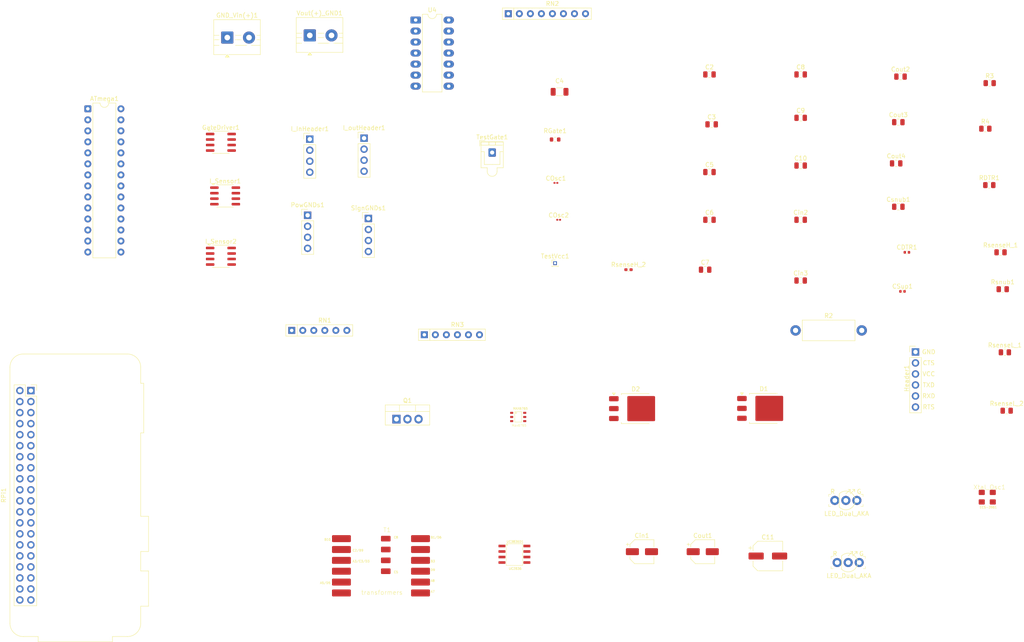
<source format=kicad_pcb>
(kicad_pcb (version 20241229) (generator "pcbnew") (generator_version "9.0")
  (title_block (title "EV Microgrid Flyback Converter ") (company "Cal Poly, Senior Project"))
  (layers (0 "F.Cu" signal) (2 "B.Cu" signal) (13 "F.Paste" user) (15 "B.Paste" user) (5 "F.SilkS" user "F.Silkscreen") (7 "B.SilkS" user "B.Silkscreen") (1 "F.Mask" user) (3 "B.Mask" user) (25 "Edge.Cuts" user))
  (net 0 "")
  (net 1 "/+5Vcc")
  (net 2 "AGND")
  (net 3 "Net-(I_Sensor1-FILTER)")
  (net 4 "PGND")
  (net 5 "/+10Vcc")
  (net 6 "Net-(I_Sensor2-FILTER)")
  (net 7 "Net-(MAX6765-ENABLE)")
  (net 8 "Net-(MAX6765-OUT)")
  (net 9 "/DTR")
  (net 10 "/!Reset")
  (net 11 "Net-(D1-A)")
  (net 12 "/Vin(+)")
  (net 13 "Net-(D2-K)")
  (net 14 "Net-(T1-SA)")
  (net 15 "Net-(D1-K)")
  (net 16 "Net-(D2-A)")
  (net 18 "/PWM")
  (net 20 "Net-(GateDriver1-~{OUT_A})")
  (net 23 "Net-(I_outHeader1-Pin_1)")
  (net 24 "Net-(T1-AA)")
  (net 25 "/IH")
  (net 26 "/IL")
  (net 27 "Net-(Q1-G)")
  (net 28 "Net-(UC3836D1-Feedback)")
  (net 35 "/Red1")
  (net 36 "/Green1")
  (net 37 "Net-(D3-A1)")
  (net 38 "Net-(D3-A2)")
  (net 39 "Net-(D4-A2)")
  (net 40 "/Red2")
  (net 41 "/Green2")
  (net 42 "Net-(D4-A1)")
  (net 49 "/VH")
  (net 51 "/VL")
  (net 52 "/SCLK")
  (net 53 "Net-(ATmega1-XTAL1{slash}PB6)")
  (net 54 "Net-(ATmega1-XTAL2{slash}PB7)")
  (net 56 "/!SS")
  (net 57 "/MOSI")
  (net 58 "/RXD")
  (net 60 "/TXD")
  (net 61 "/ProReset")
  (net 62 "/MISO")
  (net 71 "Net-(UC3836D1-Shutdown)")
  (net 72 "Net-(UC3836D1-Driver_Sink)")
  (net 88 "Net-(RPi1-3V3-Pad1)")
  (footprint "Capacitor_SMD:C_0201_0603Metric" (layer "F.Cu") (at 146.32 66.5)
    (property "Reference" "COsc2" (at 0 -1.05 0) (layer "F.SilkS"))
    (property "Value" "22pF")
    (pad "1" smd roundrect (at -0.32 0) (size 0.46 0.4) (layers "F.Cu" "F.Mask") (net 2 "AGND"))
    (pad "2" smd roundrect (at 0.32 0) (size 0.46 0.4) (layers "F.Cu" "F.Mask") (net 53 "Net-(ATmega1-XTAL1{slash}PB6)"))
  )
  (footprint "Capacitor_SMD:C_0805_2012Metric" (layer "F.Cu") (at 202.05 33)
    (property "Reference" "C8" (at 0 -1.68 0) (layer "F.SilkS"))
    (property "Value" "0.1u")
    (pad "1" smd roundrect (at -0.95 0) (size 1 1.45) (layers "F.Cu" "F.Mask" "F.Paste") (net 8 "Net-(MAX6765-OUT)"))
    (pad "2" smd roundrect (at 0.95 0) (size 1 1.45) (layers "F.Cu" "F.Mask" "F.Paste") (net 1 "/+5Vcc"))
  )
  (footprint "Capacitor_SMD:C_0805_2012Metric" (layer "F.Cu") (at 224.55 44)
    (property "Reference" "Cout3" (at 0 -1.68 0) (layer "F.SilkS"))
    (property "Value" "5u")
    (pad "1" smd roundrect (at -0.95 0) (size 1 1.45) (layers "F.Cu" "F.Mask" "F.Paste") (net 13 "Net-(D2-K)"))
    (pad "2" smd roundrect (at 0.95 0) (size 1 1.45) (layers "F.Cu" "F.Mask" "F.Paste") (net 14 "Net-(T1-SA)"))
  )
  (footprint "Capacitor_SMD:C_0201_0603Metric" (layer "F.Cu") (at 145.68 58)
    (property "Reference" "COsc1" (at 0 -1.05 0) (layer "F.SilkS"))
    (property "Value" "22pF")
    (pad "1" smd roundrect (at -0.32 0) (size 0.46 0.4) (layers "F.Cu" "F.Mask") (net 2 "AGND"))
    (pad "2" smd roundrect (at 0.32 0) (size 0.46 0.4) (layers "F.Cu" "F.Mask") (net 54 "Net-(ATmega1-XTAL2{slash}PB7)"))
  )
  (footprint "Resistor_SMD:R_0805_2012Metric" (layer "F.Cu") (at 244.5875 45.5)
    (property "Reference" "R4" (at 0 -1.65 0) (layer "F.SilkS"))
    (property "Value" "2.5k")
    (pad "1" smd roundrect (at -0.9125 0) (size 1.025 1.4) (layers "F.Cu" "F.Mask" "F.Paste") (roundrect_rratio 0.243902) (net 4 "PGND"))
    (pad "2" smd roundrect (at 0.9125 0) (size 1.025 1.4) (layers "F.Cu" "F.Mask" "F.Paste") (roundrect_rratio 0.243902) (net 28 "Net-(UC3836D1-Feedback)"))
  )
  (footprint "Capacitor_SMD:C_0805_2012Metric" (layer "F.Cu") (at 225.05 33.5)
    (property "Reference" "Cout2" (at 0 -1.68 0) (layer "F.SilkS"))
    (property "Value" "5u")
    (pad "1" smd roundrect (at -0.95 0) (size 1 1.45) (layers "F.Cu" "F.Mask" "F.Paste") (net 13 "Net-(D2-K)"))
    (pad "2" smd roundrect (at 0.95 0) (size 1 1.45) (layers "F.Cu" "F.Mask" "F.Paste") (net 14 "Net-(T1-SA)"))
  )
  (footprint "Resistor_SMD:R_0805_2012Metric" (layer "F.Cu") (at 245.5 58.5)
    (property "Reference" "RDTR1" (at 0 -1.65 0) (layer "F.SilkS"))
    (property "Value" "10k")
    (pad "1" smd roundrect (at -0.9125 0) (size 1.025 1.4) (layers "F.Cu" "F.Mask" "F.Paste") (roundrect_rratio 0.243902) (net 10 "/!Reset"))
    (pad "2" smd roundrect (at 0.9125 0) (size 1.025 1.4) (layers "F.Cu" "F.Mask" "F.Paste") (roundrect_rratio 0.243902) (net 1 "/+5Vcc"))
  )
  (footprint "Capacitor_SMD:C_0805_2012Metric" (layer "F.Cu") (at 202.05 66.5)
    (property "Reference" "Cin2" (at 0 -1.68 0) (layer "F.SilkS"))
    (property "Value" "5u")
    (pad "1" smd roundrect (at -0.95 0) (size 1 1.45) (layers "F.Cu" "F.Mask" "F.Paste") (net 12 "/Vin(+)"))
    (pad "2" smd roundrect (at 0.95 0) (size 1 1.45) (layers "F.Cu" "F.Mask" "F.Paste") (net 11 "Net-(D1-A)"))
  )
  (footprint "FlybackSpecialtyComps:LED_3pin_P2.54mm" (layer "F.Cu") (at 210.46 145.5)
    (property "Reference" "D4")
    (property "Value" "LED_Dual_AKA" (at 2.71 3.048 0) (layer "F.SilkS"))
    (fp_text user "R" (at -0.508 -2.032 0) (layer "F.SilkS"))
    (fp_text user "G" (at 5.588 -2.032 0) (layer "F.SilkS"))
    (pad "1" thru_hole circle (at 0 0) (size 2.1 2.1) (drill 1.1) (layers "*.Cu" "*.Mask") (net 42 "Net-(D4-A1)"))
    (pad "2" thru_hole circle (at 2.54 0) (size 2.1 2.1) (drill 1.1) (layers "*.Cu" "*.Mask") (net 2 "AGND"))
    (pad "3" thru_hole circle (at 5.08 0) (size 2.1 2.1) (drill 1.1) (layers "*.Cu" "*.Mask") (net 39 "Net-(D4-A2)"))
  )
  (footprint "Capacitor_SMD:C_0805_2012Metric" (layer "F.Cu") (at 224.05 53.5)
    (property "Reference" "Cout4" (at 0 -1.68 0) (layer "F.SilkS"))
    (property "Value" "5u")
    (pad "1" smd roundrect (at -0.95 0) (size 1 1.45) (layers "F.Cu" "F.Mask" "F.Paste") (net 13 "Net-(D2-K)"))
    (pad "2" smd roundrect (at 0.95 0) (size 1 1.45) (layers "F.Cu" "F.Mask" "F.Paste") (net 14 "Net-(T1-SA)"))
  )
  (footprint "Package_SO:SOIC-8_3.9x4.9mm_P1.27mm" (layer "F.Cu") (at 68.525 74.905)
    (property "Reference" "I_Sensor2" (at 0 -3.4 0) (layer "F.SilkS"))
    (property "Value" "ACS712xLCTR-05B")
    (pad "1" smd roundrect (at -2.475 -1.905) (size 1.95 0.6) (layers "F.Cu" "F.Mask" "F.Paste") (net 23 "Net-(I_outHeader1-Pin_1)"))
    (pad "2" smd roundrect (at -2.475 -0.635) (size 1.95 0.6) (layers "F.Cu" "F.Mask" "F.Paste") (net 23 "Net-(I_outHeader1-Pin_1)"))
    (pad "3" smd roundrect (at -2.475 0.635) (size 1.95 0.6) (layers "F.Cu" "F.Mask" "F.Paste") (net 16 "Net-(D2-A)"))
    (pad "4" smd roundrect (at -2.475 1.905) (size 1.95 0.6) (layers "F.Cu" "F.Mask" "F.Paste") (net 16 "Net-(D2-A)"))
    (pad "5" smd roundrect (at 2.475 1.905) (size 1.95 0.6) (layers "F.Cu" "F.Mask" "F.Paste") (net 2 "AGND"))
    (pad "6" smd roundrect (at 2.475 0.635) (size 1.95 0.6) (layers "F.Cu" "F.Mask" "F.Paste") (net 6 "Net-(I_Sensor2-FILTER)"))
    (pad "7" smd roundrect (at 2.475 -0.635) (size 1.95 0.6) (layers "F.Cu" "F.Mask" "F.Paste") (net 26 "/IL"))
    (pad "8" smd roundrect (at 2.475 -1.905) (size 1.95 0.6) (layers "F.Cu" "F.Mask" "F.Paste") (net 1 "/+5Vcc"))
  )
  (footprint "Package_SO:SOIC-8_3.9x4.9mm_P1.27mm" (layer "F.Cu") (at 68.525 48.635)
    (property "Reference" "GateDriver1" (at 0 -3.4 0) (layer "F.SilkS"))
    (property "Value" "TC4426xOA")
    (pad "1" smd roundrect (at -2.475 -1.905) (size 1.95 0.6) (layers "F.Cu" "F.Mask" "F.Paste"))
    (pad "2" smd roundrect (at -2.475 -0.635) (size 1.95 0.6) (layers "F.Cu" "F.Mask" "F.Paste") (net 18 "/PWM"))
    (pad "3" smd roundrect (at -2.475 0.635) (size 1.95 0.6) (layers "F.Cu" "F.Mask" "F.Paste") (net 4 "PGND"))
    (pad "4" smd roundrect (at -2.475 1.905) (size 1.95 0.6) (layers "F.Cu" "F.Mask" "F.Paste"))
    (pad "5" smd roundrect (at 2.475 1.905) (size 1.95 0.6) (layers "F.Cu" "F.Mask" "F.Paste"))
    (pad "6" smd roundrect (at 2.475 0.635) (size 1.95 0.6) (layers "F.Cu" "F.Mask" "F.Paste") (net 5 "/+10Vcc"))
    (pad "7" smd roundrect (at 2.475 -0.635) (size 1.95 0.6) (layers "F.Cu" "F.Mask" "F.Paste") (net 20 "Net-(GateDriver1-~{OUT_A})"))
    (pad "8" smd roundrect (at 2.475 -1.905) (size 1.95 0.6) (layers "F.Cu" "F.Mask" "F.Paste"))
  )
  (footprint "Connector_PinHeader_1.00mm:PinHeader_1x01_P1.00mm_Vertical" (layer "F.Cu") (at 145.5 76.5)
    (property "Reference" "TestVcc1" (at 0 -1.61 0) (layer "F.SilkS"))
    (property "Value" "Conn_01x01_Pin")
    (pad "1" thru_hole rect (at 0 0) (size 0.85 0.85) (drill 0.5) (layers "*.Cu" "*.Mask") (net 1 "/+5Vcc"))
  )
  (footprint "FlybackSpecialtyComps:transformers" (layer "F.Cu") (at 96.288 139.994)
    (property "Reference" "T1" (at 10.5 -2 0) (layer "F.SilkS") (effects (font (thickness 0.1))))
    (property "Value" "Transformer_1P_1S")
    (fp_text user "B1/D6" (at 20.5 0 0) (layer "F.SilkS") (effects (font (size 0.5 0.5) (thickness 0.1)) (justify left bottom)))
    (fp_text user "C5" (at 12 8 0) (layer "F.SilkS") (effects (font (size 0.5 0.5) (thickness 0.1)) (justify left bottom)))
    (fp_text user "C8" (at 12 0 0) (layer "F.SilkS") (effects (font (size 0.5 0.5) (thickness 0.1)) (justify left bottom)))
    (fp_text user "D9" (at 20.5 7.5 0) (layer "F.SilkS") (effects (font (size 0.5 0.5) (thickness 0.1)) (justify left bottom)))
    (fp_text user "B3" (at 20.5 5.5 0) (layer "F.SilkS") (effects (font (size 0.5 0.5) (thickness 0.1)) (justify left bottom)))
    (fp_text user "transformers" (at 4.5 13 0) (layer "F.SilkS") (effects (font (thickness 0.1)) (justify left bottom)))
    (fp_text user "C2/B9" (at 2.5 3 0) (layer "F.SilkS") (effects (font (size 0.5 0.5) (thickness 0.1)) (justify left bottom)))
    (fp_text user "A5/D5" (at -5 10.5 0) (layer "F.SilkS") (effects (font (size 0.5 0.5) (thickness 0.1)) (justify left bottom)))
    (fp_text user "A8" (at 20.5 10 0) (layer "F.SilkS") (effects (font (size 0.5 0.5) (thickness 0.1)) (justify left bottom)))
    (fp_text user "A3/C3/D3" (at 2.5 5.5 0) (layer "F.SilkS") (effects (font (size 0.5 0.5) (thickness 0.1)) (justify left bottom)))
    (fp_text user "A7" (at 20.5 12.5 0) (layer "F.SilkS") (effects (font (size 0.5 0.5) (thickness 0.1)) (justify left bottom)))
    (fp_text user "B10" (at -4 0.5 0) (layer "F.SilkS") (effects (font (size 0.5 0.5) (thickness 0.1)) (justify left bottom)))
    (pad "1" smd roundrect (at 0 0) (size 4.349 1.615) (layers "F.Cu" "F.Mask" "F.Paste") (roundrect_rratio 0.15) (net 24 "Net-(T1-AA)"))
    (pad "2" smd roundrect (at 0 2.503) (size 4.349 1.615) (layers "F.Cu" "F.Mask" "F.Paste" "Dwgs.User") (roundrect_rratio 0.15) (net 11 "Net-(D1-A)"))
    (pad "3" smd roundrect (at 0 5.006) (size 4.349 1.615) (layers "F.Cu" "F.Mask" "F.Paste" "Dwgs.User") (roundrect_rratio 0.15) (net 14 "Net-(T1-SA)"))
    (pad "4" smd roundrect (at 0 7.509) (size 4.349 1.615) (layers "F.Cu" "F.Mask" "F.Paste" "Dwgs.User") (roundrect_rratio 0.15) (net 23 "Net-(I_outHeader1-Pin_1)"))
    (pad "5" smd roundrect (at 0 10.012) (size 4.349 1.615) (layers "F.Cu" "F.Mask" "F.Paste" "Dwgs.User") (roundrect_rratio 0.15))
    (pad "6" smd roundrect (at 0 12.515) (size 4.349 1.615) (layers "F.Cu" "F.Mask" "F.Paste" "Dwgs.User") (roundrect_rratio 0.15))
    (pad "7" smd roundrect (at 18.212 0) (size 4.349 1.615) (layers "F.Cu" "F.Mask" "F.Paste") (roundrect_rratio 0.15))
    (pad "8" smd roundrect (at 18.212 2.503) (size 4.349 1.615) (layers "F.Cu" "F.Mask" "F.Paste") (roundrect_rratio 0.15))
    (pad "9" smd roundrect (at 18.212 5.006) (size 4.349 1.615) (layers "F.Cu" "F.Mask" "F.Paste" "Dwgs.User") (roundrect_rratio 0.15))
    (pad "10" smd roundrect (at 18.212 7.509) (size 4.349 1.615) (layers "F.Cu" "F.Mask" "F.Paste" "Dwgs.User") (roundrect_rratio 0.15))
    (pad "11" smd roundrect (at 18.212 10.012) (size 4.349 1.615) (layers "F.Cu" "F.Mask" "F.Paste" "Dwgs.User") (roundrect_rratio 0.15))
    (pad "12" smd roundrect (at 18.212 12.515) (size 4.349 1.615) (layers "F.Cu" "F.Mask" "F.Paste" "Dwgs.User") (roundrect_rratio 0.15))
    (pad "13" smd roundrect (at 10.211 0) (size 2.21 1.299) (layers "F.Cu" "F.Mask" "F.Paste" "Dwgs.User") (roundrect_rratio 0.15))
    (pad "14" smd roundrect (at 10.211 2.503) (size 2.21 1.299) (layers "F.Cu" "F.Mask" "F.Paste" "Dwgs.User") (roundrect_rratio 0.15))
    (pad "15" smd roundrect (at 10.211 5.006) (size 2.21 1.299) (layers "F.Cu" "F.Mask" "F.Paste" "Dwgs.User") (roundrect_rratio 0.15))
    (pad "16" smd roundrect (at 10.211 7.509) (size 2.21 1.299) (layers "F.Cu" "F.Mask" "F.Paste" "Dwgs.User") (roundrect_rratio 0.15))
  )
  (footprint "Capacitor_SMD:CP_Elec_5x4.5" (layer "F.Cu") (at 165.5 143)
    (property "Reference" "Cin1" (at 0 -3.7 0) (layer "F.SilkS"))
    (property "Value" "10u")
    (pad "1" smd roundrect (at -2.2 0) (size 3 1.6) (layers "F.Cu" "F.Mask" "F.Paste") (roundrect_rratio 0.15625) (net 12 "/Vin(+)"))
    (pad "2" smd roundrect (at 2.2 0) (size 3 1.6) (layers "F.Cu" "F.Mask" "F.Paste") (roundrect_rratio 0.15625) (net 11 "Net-(D1-A)"))
  )
  (footprint "Package_TO_SOT_SMD:TO-252-3_TabPin2" (layer "F.Cu") (at 164.065 110.025)
    (property "Reference" "D2" (at 0 -4.5 0) (layer "F.SilkS"))
    (property "Value" "D")
    (pad "1" smd roundrect (at -5.04 -2.28) (size 2.2 1.2) (layers "F.Cu" "F.Mask" "F.Paste") (roundrect_rratio 0.208333) (net 13 "Net-(D2-K)"))
    (pad "2" smd roundrect (at -5.04 0) (size 2.2 1.2) (layers "F.Cu" "F.Mask" "F.Paste") (roundrect_rratio 0.208333) (net 16 "Net-(D2-A)"))
    (pad "2" smd roundrect (at 1.26 0) (size 6.4 5.8) (layers "F.Cu" "F.Mask") (roundrect_rratio 0.043103) (net 16 "Net-(D2-A)"))
    (pad "3" smd roundrect (at -5.04 2.28) (size 2.2 1.2) (layers "F.Cu" "F.Mask" "F.Paste") (roundrect_rratio 0.208333))
  )
  (footprint "Package_DIP:DIP-14_W7.62mm_LongPads" (layer "F.Cu") (at 113.38 20.46)
    (property "Reference" "U4" (at 3.81 -2.33 0) (layer "F.SilkS"))
    (property "Value" "74HC02")
    (pad "1" thru_hole roundrect (at 0 0) (size 2.4 1.6) (drill 0.8) (layers "*.Cu" "*.Mask") (roundrect_rratio 0.15625))
    (pad "2" thru_hole oval (at 0 2.54) (size 2.4 1.6) (drill 0.8) (layers "*.Cu" "*.Mask"))
    (pad "3" thru_hole oval (at 0 5.08) (size 2.4 1.6) (drill 0.8) (layers "*.Cu" "*.Mask"))
    (pad "4" thru_hole oval (at 0 7.62) (size 2.4 1.6) (drill 0.8) (layers "*.Cu" "*.Mask"))
    (pad "5" thru_hole oval (at 0 10.16) (size 2.4 1.6) (drill 0.8) (layers "*.Cu" "*.Mask"))
    (pad "6" thru_hole oval (at 0 12.7) (size 2.4 1.6) (drill 0.8) (layers "*.Cu" "*.Mask"))
    (pad "7" thru_hole oval (at 0 15.24) (size 2.4 1.6) (drill 0.8) (layers "*.Cu" "*.Mask"))
    (pad "8" thru_hole oval (at 7.62 15.24) (size 2.4 1.6) (drill 0.8) (layers "*.Cu" "*.Mask"))
    (pad "9" thru_hole oval (at 7.62 12.7) (size 2.4 1.6) (drill 0.8) (layers "*.Cu" "*.Mask"))
    (pad "10" thru_hole oval (at 7.62 10.16) (size 2.4 1.6) (drill 0.8) (layers "*.Cu" "*.Mask"))
    (pad "11" thru_hole oval (at 7.62 7.62) (size 2.4 1.6) (drill 0.8) (layers "*.Cu" "*.Mask"))
    (pad "12" thru_hole oval (at 7.62 5.08) (size 2.4 1.6) (drill 0.8) (layers "*.Cu" "*.Mask"))
    (pad "13" thru_hole oval (at 7.62 2.54) (size 2.4 1.6) (drill 0.8) (layers "*.Cu" "*.Mask"))
    (pad "14" thru_hole oval (at 7.62 0) (size 2.4 1.6) (drill 0.8) (layers "*.Cu" "*.Mask"))
  )
  (footprint "Resistor_THT:R_Array_SIP6" (layer "F.Cu") (at 84.84 92)
    (property "Reference" "RN1" (at 7.62 -2.31 0) (layer "F.SilkS"))
    (property "Value" "R_Network05")
    (pad "1" thru_hole rect (at 0 0) (size 1.6 1.6) (drill 0.8) (layers "*.Cu" "*.Mask"))
    (pad "2" thru_hole circle (at 2.54 0) (size 1.6 1.6) (drill 0.8) (layers "*.Cu" "*.Mask"))
    (pad "3" thru_hole circle (at 5.08 0) (size 1.6 1.6) (drill 0.8) (layers "*.Cu" "*.Mask"))
    (pad "4" thru_hole circle (at 7.62 0) (size 1.6 1.6) (drill 0.8) (layers "*.Cu" "*.Mask"))
    (pad "5" thru_hole circle (at 10.16 0) (size 1.6 1.6) (drill 0.8) (layers "*.Cu" "*.Mask"))
    (pad "6" thru_hole circle (at 12.7 0) (size 1.6 1.6) (drill 0.8) (layers "*.Cu" "*.Mask"))
  )
  (footprint "Resistor_THT:R_Array_SIP8" (layer "F.Cu") (at 134.72 19)
    (property "Reference" "RN2" (at 10.16 -2.31 0) (layer "F.SilkS"))
    (property "Value" "R_Pack04_SIP")
    (pad "1" thru_hole rect (at 0 0) (size 1.6 1.6) (drill 0.8) (layers "*.Cu" "*.Mask") (net 35 "/Red1"))
    (pad "2" thru_hole circle (at 2.54 0) (size 1.6 1.6) (drill 0.8) (layers "*.Cu" "*.Mask") (net 37 "Net-(D3-A1)"))
    (pad "3" thru_hole circle (at 5.08 0) (size 1.6 1.6) (drill 0.8) (layers "*.Cu" "*.Mask") (net 36 "/Green1"))
    (pad "4" thru_hole circle (at 7.62 0) (size 1.6 1.6) (drill 0.8) (layers "*.Cu" "*.Mask") (net 38 "Net-(D3-A2)"))
    (pad "5" thru_hole circle (at 10.16 0) (size 1.6 1.6) (drill 0.8) (layers "*.Cu" "*.Mask") (net 40 "/Red2"))
    (pad "6" thru_hole circle (at 12.7 0) (size 1.6 1.6) (drill 0.8) (layers "*.Cu" "*.Mask") (net 42 "Net-(D4-A1)"))
    (pad "7" thru_hole circle (at 15.24 0) (size 1.6 1.6) (drill 0.8) (layers "*.Cu" "*.Mask") (net 41 "/Green2"))
    (pad "8" thru_hole circle (at 17.78 0) (size 1.6 1.6) (drill 0.8) (layers "*.Cu" "*.Mask") (net 39 "Net-(D4-A2)"))
  )
  (footprint "Resistor_SMD:R_0805_2012Metric" (layer "F.Cu") (at 248.5875 82.5)
    (property "Reference" "Rsnub1" (at 0 -1.65 0) (layer "F.SilkS"))
    (property "Value" "110")
    (pad "1" smd roundrect (at -0.9125 0) (size 1.025 1.4) (layers "F.Cu" "F.Mask" "F.Paste") (roundrect_rratio 0.243902) (net 12 "/Vin(+)"))
    (pad "2" smd roundrect (at 0.9125 0) (size 1.025 1.4) (layers "F.Cu" "F.Mask" "F.Paste") (roundrect_rratio 0.243902) (net 15 "Net-(D1-K)"))
  )
  (footprint "Capacitor_SMD:C_0805_2012Metric" (layer "F.Cu") (at 202.05 43)
    (property "Reference" "C9" (at 0 -1.68 0) (layer "F.SilkS"))
    (property "Value" "10u")
    (pad "1" smd roundrect (at -0.95 0) (size 1 1.45) (layers "F.Cu" "F.Mask" "F.Paste") (net 4 "PGND"))
    (pad "2" smd roundrect (at 0.95 0) (size 1 1.45) (layers "F.Cu" "F.Mask" "F.Paste") (net 5 "/+10Vcc"))
  )
  (footprint "Connector_PinHeader_2.54mm:PinHeader_1x04_P2.54mm_Vertical" (layer "F.Cu") (at 89 47.92)
    (property "Reference" "I_InHeader1" (at 0 -2.38 0) (layer "F.SilkS"))
    (property "Value" "Conn_01x04_Pin")
    (pad "1" thru_hole rect (at 0 0) (size 1.7 1.7) (drill 1) (layers "*.Cu" "*.Mask") (net 12 "/Vin(+)"))
    (pad "2" thru_hole circle (at 0 2.54) (size 1.7 1.7) (drill 1) (layers "*.Cu" "*.Mask") (net 12 "/Vin(+)"))
    (pad "3" thru_hole circle (at 0 5.08) (size 1.7 1.7) (drill 1) (layers "*.Cu" "*.Mask") (net 12 "/Vin(+)"))
    (pad "4" thru_hole circle (at 0 7.62) (size 1.7 1.7) (drill 1) (layers "*.Cu" "*.Mask") (net 12 "/Vin(+)"))
  )
  (footprint "Capacitor_SMD:C_0805_2012Metric" (layer "F.Cu") (at 180.05 78)
    (property "Reference" "C7" (at 0 -1.68 0) (layer "F.SilkS"))
    (property "Value" "10u")
    (pad "1" smd roundrect (at -0.95 0) (size 1 1.45) (layers "F.Cu" "F.Mask" "F.Paste") (net 7 "Net-(MAX6765-ENABLE)"))
    (pad "2" smd roundrect (at 0.95 0) (size 1 1.45) (layers "F.Cu" "F.Mask" "F.Paste") (net 5 "/+10Vcc"))
  )
  (footprint "Capacitor_SMD:C_0805_2012Metric" (layer "F.Cu") (at 224.55 63.5)
    (property "Reference" "Csnub1" (at 0 -1.68 0) (layer "F.SilkS"))
    (property "Value" "4n")
    (pad "1" smd roundrect (at -0.95 0) (size 1 1.45) (layers "F.Cu" "F.Mask" "F.Paste") (net 12 "/Vin(+)"))
    (pad "2" smd roundrect (at 0.95 0) (size 1 1.45) (layers "F.Cu" "F.Mask" "F.Paste") (net 15 "Net-(D1-K)"))
  )
  (footprint "Capacitor_SMD:CP_Elec_5x4.5" (layer "F.Cu") (at 179.5 143)
    (property "Reference" "Cout1" (at 0 -3.7 0) (layer "F.SilkS"))
    (property "Value" "15u")
    (pad "1" smd roundrect (at -2.2 0) (size 3 1.6) (layers "F.Cu" "F.Mask" "F.Paste") (roundrect_rratio 0.15625) (net 13 "Net-(D2-K)"))
    (pad "2" smd roundrect (at 2.2 0) (size 3 1.6) (layers "F.Cu" "F.Mask" "F.Paste") (roundrect_rratio 0.15625) (net 14 "Net-(T1-SA)"))
  )
  (footprint "Capacitor_SMD:C_0402_1005Metric" (layer "F.Cu") (at 225.5 83)
    (property "Reference" "CSup1" (at 0 -1.16 0) (layer "F.SilkS"))
    (property "Value" "1uF")
    (pad "1" smd roundrect (at -0.48 0) (size 0.56 0.62) (layers "F.Cu" "F.Mask" "F.Paste") (net 1 "/+5Vcc"))
    (pad "2" smd roundrect (at 0.48 0) (size 0.56 0.62) (layers "F.Cu" "F.Mask" "F.Paste") (net 4 "PGND"))
  )
  (footprint "Capacitor_SMD:C_0805_2012Metric" (layer "F.Cu") (at 181.05 33)
    (property "Reference" "C2" (at 0 -1.68 0) (layer "F.SilkS"))
    (property "Value" "0.1u")
    (pad "1" smd roundrect (at -0.95 0) (size 1 1.45) (layers "F.Cu" "F.Mask" "F.Paste") (net 1 "/+5Vcc"))
    (pad "2" smd roundrect (at 0.95 0) (size 1 1.45) (layers "F.Cu" "F.Mask" "F.Paste") (net 2 "AGND"))
  )
  (footprint "Capacitor_SMD:C_0805_2012Metric" (layer "F.Cu") (at 181.05 55.5)
    (property "Reference" "C5" (at 0 -1.68 0) (layer "F.SilkS"))
    (property "Value" "0.1u")
    (pad "1" smd roundrect (at -0.95 0) (size 1 1.45) (layers "F.Cu" "F.Mask" "F.Paste") (net 1 "/+5Vcc"))
    (pad "2" smd roundrect (at 0.95 0) (size 1 1.45) (layers "F.Cu" "F.Mask" "F.Paste") (net 2 "AGND"))
  )
  (footprint "Connector_PinHeader_2.54mm:PinHeader_1x04_P2.54mm_Vertical" (layer "F.Cu") (at 88.5 65.46)
    (property "Reference" "PowGNDs1" (at 0 -2.38 0) (layer "F.SilkS"))
    (property "Value" "Conn_01x04_Pin")
    (pad "1" thru_hole rect (at 0 0) (size 1.7 1.7) (drill 1) (layers "*.Cu" "*.Mask") (net 4 "PGND"))
    (pad "2" thru_hole circle (at 0 2.54) (size 1.7 1.7) (drill 1) (layers "*.Cu" "*.Mask") (net 4 "PGND"))
    (pad "3" thru_hole circle (at 0 5.08) (size 1.7 1.7) (drill 1) (layers "*.Cu" "*.Mask") (net 4 "PGND"))
    (pad "4" thru_hole circle (at 0 7.62) (size 1.7 1.7) (drill 1) (layers "*.Cu" "*.Mask") (net 4 "PGND"))
  )
  (footprint "Connector_JST:JST_XH_B1B-XH-AM_1x01_P2.50mm_Vertical" (layer "F.Cu") (at 131 51)
    (property "Reference" "TestGate1" (at 0 -3.55 0) (layer "F.SilkS"))
    (property "Value" "Conn_01x01_Pin")
    (pad "" np_thru_hole circle (at 0 4.35) (size 1.75 1.75) (drill 1.75) (layers "*.Cu" "*.Mask"))
    (pad "1" thru_hole roundrect (at 0 0) (size 1.7 1.95) (drill 0.95) (layers "*.Cu" "*.Mask") (roundrect_rratio 0.147059) (net 27 "Net-(Q1-G)"))
  )
  (footprint "FlybackSpecialtyComps:Max6765" (layer "F.Cu") (at 135.5 111)
    (property "Reference" "MAX6765" (at 2 -1 0) (layer "F.SilkS") (effects (font (size 0.5 0.5) (thickness 0.1))))
    (property "Value" "5V Regulator")
    (fp_text user "Max6765" (at 0 3.2 0) (layer "F.SilkS") (effects (font (size 0.5 0.5) (thickness 0.0625)) (justify left bottom)))
    (pad "1" smd roundrect (at 0 0) (size 0.71 0.46) (layers "F.Cu" "F.Mask" "F.Paste") (roundrect_rratio 0.15) (net 7 "Net-(MAX6765-ENABLE)"))
    (pad "2" smd roundrect (at 0 0.95) (size 0.71 0.46) (layers "F.Cu" "F.Mask" "F.Paste") (roundrect_rratio 0.15) (net 2 "AGND"))
    (pad "3" smd roundrect (at 0 1.9) (size 0.71 0.46) (layers "F.Cu" "F.Mask" "F.Paste") (roundrect_rratio 0.15) (net 7 "Net-(MAX6765-ENABLE)"))
    (pad "4" smd roundrect (at 3 0) (size 0.71 0.46) (layers "F.Cu" "F.Mask" "F.Paste") (roundrect_rratio 0.15) (net 8 "Net-(MAX6765-OUT)"))
    (pad "5" smd roundrect (at 3 0.95) (size 0.71 0.46) (layers "F.Cu" "F.Mask" "F.Paste") (roundrect_rratio 0.15))
    (pad "6" smd roundrect (at 3 1.9) (size 0.71 0.46) (layers "F.Cu" "F.Mask" "F.Paste") (roundrect_rratio 0.15))
  )
  (footprint "FlybackSpecialtyComps:FTDI_USB_TTL_Header" (layer "F.Cu") (at 228.5 96.96)
    (property "Reference" "Header1" (at -2.032 6.096 90) (layer "F.SilkS"))
    (property "Value" "Conn_01x06_Male")
    (fp_text user "RXD" (at 3.048 10.16 0) (layer "F.SilkS"))
    (fp_text user "GND" (at 3.048 0 0) (layer "F.SilkS"))
    (fp_text user "VCC" (at 3.048 5.08 0) (layer "F.SilkS"))
    (fp_text user "RTS" (at 3.048 12.7 0) (layer "F.SilkS"))
    (fp_text user "CTS" (at 3.048 2.54 0) (layer "F.SilkS"))
    (fp_text user "TXD" (at 3.048 7.62 0) (layer "F.SilkS"))
    (pad "1" thru_hole rect (at 0 0) (size 1.7 1.7) (drill 1) (layers "*.Cu" "*.Mask") (net 9 "/DTR"))
    (pad "2" thru_hole oval (at 0 2.54) (size 1.7 1.7) (drill 1) (layers "*.Cu" "*.Mask") (net 60 "/TXD"))
    (pad "3" thru_hole oval (at 0 5.08) (size 1.7 1.7) (drill 1) (layers "*.Cu" "*.Mask") (net 58 "/RXD"))
    (pad "4" thru_hole oval (at 0 7.62) (size 1.7 1.7) (drill 1) (layers "*.Cu" "*.Mask") (net 1 "/+5Vcc"))
    (pad "5" thru_hole oval (at 0 10.16) (size 1.7 1.7) (drill 1) (layers "*.Cu" "*.Mask") (net 2 "AGND"))
    (pad "6" thru_hole oval (at 0 12.7) (size 1.7 1.7) (drill 1) (layers "*.Cu" "*.Mask") (net 2 "AGND"))
  )
  (footprint "Resistor_SMD:R_0805_2012Metric" (layer "F.Cu") (at 248.0875 74)
    (property "Reference" "RsenseH_1" (at 0 -1.65 0) (layer "F.SilkS"))
    (property "Value" "120k")
    (pad "1" smd roundrect (at -0.9125 0) (size 1.025 1.4) (layers "F.Cu" "F.Mask" "F.Paste") (roundrect_rratio 0.243902) (net 49 "/VH"))
    (pad "2" smd roundrect (at 0.9125 0) (size 1.025 1.4) (layers "F.Cu" "F.Mask" "F.Paste") (roundrect_rratio 0.243902) (net 24 "Net-(T1-AA)"))
  )
  (footprint "Connector_PinHeader_2.54mm:PinHeader_1x04_P2.54mm_Vertical" (layer "F.Cu") (at 101.5 47.69)
    (property "Reference" "I_outHeader1" (at 0 -2.38 0) (layer "F.SilkS"))
    (property "Value" "Conn_01x04_Pin")
    (pad "1" thru_hole rect (at 0 0) (size 1.7 1.7) (drill 1) (layers "*.Cu" "*.Mask") (net 23 "Net-(I_outHeader1-Pin_1)"))
    (pad "2" thru_hole circle (at 0 2.54) (size 1.7 1.7) (drill 1) (layers "*.Cu" "*.Mask") (net 23 "Net-(I_outHeader1-Pin_1)"))
    (pad "3" thru_hole circle (at 0 5.08) (size 1.7 1.7) (drill 1) (layers "*.Cu" "*.Mask") (net 23 "Net-(I_outHeader1-Pin_1)"))
    (pad "4" thru_hole circle (at 0 7.62) (size 1.7 1.7) (drill 1) (layers "*.Cu" "*.Mask") (net 23 "Net-(I_outHeader1-Pin_1)"))
  )
  (footprint "Package_SO:SOIC-8_3.9x4.9mm_P1.27mm" (layer "F.Cu") (at 69.5 61)
    (property "Reference" "I_Sensor1" (at 0 -3.4 0) (layer "F.SilkS"))
    (property "Value" "ACS712xLCTR-05B")
    (pad "1" smd roundrect (at -2.475 -1.905) (size 1.95 0.6) (layers "F.Cu" "F.Mask" "F.Paste") (net 12 "/Vin(+)"))
    (pad "2" smd roundrect (at -2.475 -0.635) (size 1.95 0.6) (layers "F.Cu" "F.Mask" "F.Paste") (net 12 "/Vin(+)"))
    (pad "3" smd roundrect (at -2.475 0.635) (size 1.95 0.6) (layers "F.Cu" "F.Mask" "F.Paste") (net 24 "Net-(T1-AA)"))
    (pad "4" smd roundrect (at -2.475 1.905) (size 1.95 0.6) (layers "F.Cu" "F.Mask" "F.Paste") (net 24 "Net-(T1-AA)"))
    (pad "5" smd roundrect (at 2.475 1.905) (size 1.95 0.6) (layers "F.Cu" "F.Mask" "F.Paste") (net 2 "AGND"))
    (pad "6" smd roundrect (at 2.475 0.635) (size 1.95 0.6) (layers "F.Cu" "F.Mask" "F.Paste") (net 3 "Net-(I_Sensor1-FILTER)"))
    (pad "7" smd roundrect (at 2.475 -0.635) (size 1.95 0.6) (layers "F.Cu" "F.Mask" "F.Paste") (net 25 "/IH"))
    (pad "8" smd roundrect (at 2.475 -1.905) (size 1.95 0.6) (layers "F.Cu" "F.Mask" "F.Paste") (net 1 "/+5Vcc"))
  )
  (footprint "Resistor_SMD:R_0402_1005Metric_Pad0.72x0.64mm_HandSolder" (layer "F.Cu") (at 162.4025 78)
    (property "Reference" "RsenseH_2" (at 0 -1.17 0) (layer "F.SilkS"))
    (property "Value" "10k")
    (pad "1" smd roundrect (at -0.5975 0) (size 0.715 0.64) (layers "F.Cu" "F.Mask" "F.Paste") (net 11 "Net-(D1-A)"))
    (pad "2" smd roundrect (at 0.5975 0) (size 0.715 0.64) (layers "F.Cu" "F.Mask" "F.Paste") (net 49 "/VH"))
  )
  (footprint "Capacitor_SMD:C_0402_1005Metric" (layer "F.Cu") (at 226.52 74)
    (property "Reference" "CDTR1" (at 0 -1.16 0) (layer "F.SilkS"))
    (property "Value" "1uF")
    (pad "1" smd roundrect (at -0.48 0) (size 0.56 0.62) (layers "F.Cu" "F.Mask" "F.Paste") (net 10 "/!Reset"))
    (pad "2" smd roundrect (at 0.48 0) (size 0.56 0.62) (layers "F.Cu" "F.Mask" "F.Paste") (net 9 "/DTR"))
  )
  (footprint "Resistor_SMD:R_0805_2012Metric" (layer "F.Cu") (at 249.0875 97.05)
    (property "Reference" "RsenseL_1" (at 0 -1.65 0) (layer "F.SilkS"))
    (property "Value" "120k")
    (pad "1" smd roundrect (at -0.9125 0) (size 1.025 1.4) (layers "F.Cu" "F.Mask" "F.Paste") (roundrect_rratio 0.243902) (net 23 "Net-(I_outHeader1-Pin_1)"))
    (pad "2" smd roundrect (at 0.9125 0) (size 1.025 1.4) (layers "F.Cu" "F.Mask" "F.Paste") (roundrect_rratio 0.243902) (net 51 "/VL"))
  )
  (footprint "Capacitor_SMD:C_0805_2012Metric" (layer "F.Cu") (at 202.05 54)
    (property "Reference" "C10" (at 0 -1.68 0) (layer "F.SilkS"))
    (property "Value" "0.1u")
    (pad "1" smd roundrect (at -0.95 0) (size 1 1.45) (layers "F.Cu" "F.Mask" "F.Paste") (net 4 "PGND"))
    (pad "2" smd roundrect (at 0.95 0) (size 1 1.45) (layers "F.Cu" "F.Mask" "F.Paste") (net 5 "/+10Vcc"))
  )
  (footprint "Resistor_SMD:R_0805_2012Metric" (layer "F.Cu") (at 245.5875 35)
    (property "Reference" "R3" (at 0 -1.65 0) (layer "F.SilkS"))
    (property "Value" "7500")
    (pad "1" smd roundrect (at -0.9125 0) (size 1.025 1.4) (layers "F.Cu" "F.Mask" "F.Paste") (roundrect_rratio 0.243902) (net 5 "/+10Vcc"))
    (pad "2" smd roundrect (at 0.9125 0) (size 1.025 1.4) (layers "F.Cu" "F.Mask" "F.Paste") (roundrect_rratio 0.243902) (net 28 "Net-(UC3836D1-Feedback)"))
  )
  (footprint "FlybackSpecialtyComps:LED_3pin_P2.54mm" (layer "F.Cu") (at 209.92 131.184739)
    (property "Reference" "D3")
    (property "Value" "LED_Dual_AKA" (at 2.71 3.048 0) (layer "F.SilkS"))
    (fp_text user "R" (at -0.508 -2.032 0) (layer "F.SilkS"))
    (fp_text user "G" (at 5.588 -2.032 0) (layer "F.SilkS"))
    (pad "1" thru_hole circle (at 0 0) (size 2.1 2.1) (drill 1.1) (layers "*.Cu" "*.Mask") (net 37 "Net-(D3-A1)"))
    (pad "2" thru_hole circle (at 2.54 0) (size 2.1 2.1) (drill 1.1) (layers "*.Cu" "*.Mask") (net 2 "AGND"))
    (pad "3" thru_hole circle (at 5.08 0) (size 2.1 2.1) (drill 1.1) (layers "*.Cu" "*.Mask") (net 38 "Net-(D3-A2)"))
  )
  (footprint "Package_TO_SOT_THT:TO-220-3_Vertical" (layer "F.Cu") (at 108.96 112.445)
    (property "Reference" "Q1" (at 2.54 -4.27 0) (layer "F.SilkS"))
    (property "Value" "IRF540N")
    (pad "1" thru_hole rect (at 0 0) (size 1.905 2) (drill 1.1) (layers "*.Cu" "*.Mask") (net 27 "Net-(Q1-G)"))
    (pad "2" thru_hole oval (at 2.54 0) (size 1.905 2) (drill 1.1) (layers "*.Cu" "*.Mask") (net 11 "Net-(D1-A)"))
    (pad "3" thru_hole oval (at 5.08 0) (size 1.905 2) (drill 1.1) (layers "*.Cu" "*.Mask") (net 4 "PGND"))
  )
  (footprint "Capacitor_SMD:C_0805_2012Metric" (layer "F.Cu") (at 202.05 80.5)
    (property "Reference" "Cin3" (at 0 -1.68 0) (layer "F.SilkS"))
    (property "Value" "5u")
    (pad "1" smd roundrect (at -0.95 0) (size 1 1.45) (layers "F.Cu" "F.Mask" "F.Paste") (net 12 "/Vin(+)"))
    (pad "2" smd roundrect (at 0.95 0) (size 1 1.45) (layers "F.Cu" "F.Mask" "F.Paste") (net 11 "Net-(D1-A)"))
  )
  (footprint "TerminalBlock:TerminalBlock_MaiXu_MX126-5.0-02P_1x02_P5.00mm" (layer "F.Cu") (at 70 24.5)
    (property "Reference" "GND_Vin(+)1" (at 2.25 -5.12 0) (layer "F.SilkS"))
    (property "Value" "Screw_Terminal_01x02")
    (pad "1" thru_hole roundrect (at 0 0) (size 2.8 2.8) (drill 1.3) (layers "*.Cu" "*.Mask") (roundrect_rratio 0.089286) (net 12 "/Vin(+)"))
    (pad "2" thru_hole circle (at 5 0) (size 2.8 2.8) (drill 1.3) (layers "*.Cu" "*.Mask") (net 4 "PGND"))
  )
  (footprint "Package_DIP:DIP-28_W7.62mm" (layer "F.Cu") (at 37.88 40.92)
    (property "Reference" "ATmega1" (at 3.81 -2.33 0) (layer "F.SilkS"))
    (property "Value" "ATmega328P-P")
    (pad "1" thru_hole roundrect (at 0 0) (size 1.6 1.6) (drill 0.8) (layers "*.Cu" "*.Mask") (roundrect_rratio 0.15625) (net 10 "/!Reset"))
    (pad "2" thru_hole circle (at 0 2.54) (size 1.6 1.6) (drill 0.8) (layers "*.Cu" "*.Mask") (net 58 "/RXD"))
    (pad "3" thru_hole circle (at 0 5.08) (size 1.6 1.6) (drill 0.8) (layers "*.Cu" "*.Mask") (net 60 "/TXD"))
    (pad "4" thru_hole circle (at 0 7.62) (size 1.6 1.6) (drill 0.8) (layers "*.Cu" "*.Mask") (net 35 "/Red1"))
    (pad "5" thru_hole circle (at 0 10.16) (size 1.6 1.6) (drill 0.8) (layers "*.Cu" "*.Mask") (net 36 "/Green1"))
    (pad "6" thru_hole circle (at 0 12.7) (size 1.6 1.6) (drill 0.8) (layers "*.Cu" "*.Mask") (net 61 "/ProReset"))
    (pad "7" thru_hole circle (at 0 15.24) (size 1.6 1.6) (drill 0.8) (layers "*.Cu" "*.Mask") (net 1 "/+5Vcc"))
    (pad "8" thru_hole circle (at 0 17.78) (size 1.6 1.6) (drill 0.8) (layers "*.Cu" "*.Mask") (net 2 "AGND"))
    (pad "9" thru_hole circle (at 0 20.32) (size 1.6 1.6) (drill 0.8) (layers "*.Cu" "*.Mask") (net 53 "Net-(ATmega1-XTAL1{slash}PB6)"))
    (pad "10" thru_hole circle (at 0 22.86) (size 1.6 1.6) (drill 0.8) (layers "*.Cu" "*.Mask") (net 54 "Net-(ATmega1-XTAL2{slash}PB7)"))
    (pad "11" thru_hole circle (at 0 25.4) (size 1.6 1.6) (drill 0.8) (layers "*.Cu" "*.Mask"))
    (pad "12" thru_hole circle (at 0 27.94) (size 1.6 1.6) (drill 0.8) (layers "*.Cu" "*.Mask") (net 40 "/Red2"))
    (pad "13" thru_hole circle (at 0 30.48) (size 1.6 1.6) (drill 0.8) (layers "*.Cu" "*.Mask") (net 41 "/Green2"))
    (pad "14" thru_hole circle (at 0 33.02) (size 1.6 1.6) (drill 0.8) (layers "*.Cu" "*.Mask"))
    (pad "15" thru_hole circle (at 7.62 33.02) (size 1.6 1.6) (drill 0.8) (layers "*.Cu" "*.Mask") (net 18 "/PWM"))
    (pad "16" thru_hole circle (at 7.62 30.48) (size 1.6 1.6) (drill 0.8) (layers "*.Cu" "*.Mask") (net 56 "/!SS"))
    (pad "17" thru_hole circle (at 7.62 27.94) (size 1.6 1.6) (drill 0.8) (layers "*.Cu" "*.Mask") (net 57 "/MOSI"))
    (pad "18" thru_hole circle (at 7.62 25.4) (size 1.6 1.6) (drill 0.8) (layers "*.Cu" "*.Mask") (net 62 "/MISO"))
    (pad "19" thru_hole circle (at 7.62 22.86) (size 1.6 1.6) (drill 0.8) (layers "*.Cu" "*.Mask") (net 52 "/SCLK"))
    (pad "20" thru_hole circle (at 7.62 20.32) (size 1.6 1.6) (drill 0.8) (layers "*.Cu" "*.Mask") (net 1 "/+5Vcc"))
    (pad "21" thru_hole circle (at 7.62 17.78) (size 1.6 1.6) (drill 0.8) (layers "*.Cu" "*.Mask"))
    (pad "22" thru_hole circle (at 7.62 15.24) (size 1.6 1.6) (drill 0.8) (layers "*.Cu" "*.Mask") (net 2 "AGND"))
    (pad "23" thru_hole circle (at 7.62 12.7) (size 1.6 1.6) (drill 0.8) (layers "*.Cu" "*.Mask") (net 49 "/VH"))
    (pad "24" thru_hole circle (at 7.62 10.16) (size 1.6 1.6) (drill 0.8) (layers "*.Cu" "*.Mask") (net 25 "/IH"))
    (pad "25" thru_hole circle (at 7.62 7.62) (size 1.6 1.6) (drill 0.8) (layers "*.Cu" "*.Mask") (net 51 "/VL"))
    (pad "26" thru_hole circle (at 7.62 5.08) (size 1.6 1.6) (drill 0.8) (layers "*.Cu" "*.Mask") (net 26 "/IL"))
    (pad "27" thru_hole circle (at 7.62 2.54) (size 1.6 1.6) (drill 0.8) (layers "*.Cu" "*.Mask"))
    (pad "28" thru_hole circle (at 7.62 0) (size 1.6 1.6) (drill 0.8) (layers "*.Cu" "*.Mask"))
  )
  (footprint "FlybackSpecialtyComps:UC2836" (layer "F.Cu") (at 133.26 141.69)
    (property "Reference" "UC3836D1" (at 3 -1 0) (layer "F.SilkS") (effects (font (size 0.5 0.5) (thickness 0.1))))
    (property "Value" "10V Regulator")
    (fp_text user "UC2836" (at 1.5 5.5 0) (layer "F.SilkS") (effects (font (size 0.5 0.5) (thickness 0.1)) (justify left bottom)))
    (pad "1" smd roundrect (at 0 0 90) (size 0.6 1.6) (layers "F.Cu" "F.Mask" "F.Paste") (roundrect_rratio 0.15) (net 12 "/Vin(+)"))
    (pad "2" smd roundrect (at 0 1.27 90) (size 0.6 1.6) (layers "F.Cu" "F.Mask" "F.Paste") (roundrect_rratio 0.15) (net 71 "Net-(UC3836D1-Shutdown)"))
    (pad "3" smd roundrect (at 0 2.54 90) (size 0.6 1.6) (layers "F.Cu" "F.Mask" "F.Paste") (roundrect_rratio 0.15) (net 4 "PGND"))
    (pad "4" smd roundrect (at 0 3.81 90) (size 0.6 1.6) (layers "F.Cu" "F.Mask" "F.Paste") (roundrect_rratio 0.15) (net 5 "/+10Vcc"))
    (pad "5" smd roundrect (at 5.74 0 90) (size 0.6 1.6) (layers "F.Cu" "F.Mask" "F.Paste") (roundrect_rratio 0.15) (net 28 "Net-(UC3836D1-Feedback)"))
    (pad "6" smd roundrect (at 5.74 1.27 90) (size 0.6 1.6) (layers "F.Cu" "F.Mask" "F.Paste") (roundrect_rratio 0.15) (net 72 "Net-(UC3836D1-Driver_Sink)"))
    (pad "7" smd roundrect (at 5.74 2.54 90) (size 0.6 1.6) (layers "F.Cu" "F.Mask" "F.Paste" "Eco2.User") (roundrect_rratio 0.15) (net 72 "Net-(UC3836D1-Driver_Sink)"))
    (pad "8" smd roundrect (at 5.74 3.81 90) (size 0.6 1.6) (layers "F.Cu" "F.Mask" "F.Paste") (roundrect_rratio 0.15))
  )
  (footprint "Capacitor_SMD:C_0805_2012Metric" (layer "F.Cu") (at 181.55 44.5)
    (property "Reference" "C3" (at 0 -1.68 0) (layer "F.SilkS"))
    (property "Value" "1n")
    (pad "1" smd roundrect (at -0.95 0) (size 1 1.45) (layers "F.Cu" "F.Mask" "F.Paste") (net 2 "AGND"))
    (pad "2" smd roundrect (at 0.95 0) (size 1 1.45) (layers "F.Cu" "F.Mask" "F.Paste") (net 3 "Net-(I_Sensor1-FILTER)"))
  )
  (footprint "Connector_PinHeader_2.54mm:PinHeader_1x04_P2.54mm_Vertical" (layer "F.Cu") (at 102.5 66.19)
    (property "Reference" "SignGNDs1" (at 0 -2.38 0) (layer "F.SilkS"))
    (property "Value" "Conn_01x04_Pin")
    (pad "1" thru_hole rect (at 0 0) (size 1.7 1.7) (drill 1) (layers "*.Cu" "*.Mask") (net 2 "AGND"))
    (pad "2" thru_hole circle (at 0 2.54) (size 1.7 1.7) (drill 1) (layers "*.Cu" "*.Mask") (net 2 "AGND"))
    (pad "3" thru_hole circle (at 0 5.08) (size 1.7 1.7) (drill 1) (layers "*.Cu" "*.Mask") (net 2 "AGND"))
    (pad "4" thru_hole circle (at 0 7.62) (size 1.7 1.7) (drill 1) (layers "*.Cu" "*.Mask") (net 2 "AGND"))
  )
  (footprint "Resistor_SMD:R_0603_1608Metric" (layer "F.Cu") (at 145.5 48)
    (property "Reference" "RGate1" (at 0 -2 0) (layer "F.SilkS"))
    (property "Value" "0")
    (pad "1" smd roundrect (at -0.825 0) (size 0.8 0.95) (layers "F.Cu" "F.Mask" "F.Paste") (net 20 "Net-(GateDriver1-~{OUT_A})"))
    (pad "2" smd roundrect (at 0.825 0) (size 0.8 0.95) (layers "F.Cu" "F.Mask" "F.Paste") (net 27 "Net-(Q1-G)"))
  )
  (footprint "FlybackSpecialtyComps:Raspberry_Pi_Zero_and_Four" (layer "F.Cu") (at 24.77 105.87)
    (property "Reference" "RPi1" (at -6.27 24.13 90) (layer "F.SilkS"))
    (property "Value" "Raspberry_Pi_2_3")
    (pad "" np_thru_hole circle (at -1.27 -4.87 90) (size 2.75 2.75) (drill 2.75) (layers "*.Cu"))
    (pad "" np_thru_hole circle (at -1.27 53.13 90) (size 2.75 2.75) (drill 2.75) (layers "*.Cu"))
    (pad "" np_thru_hole circle (at 21.73 -4.87 90) (size 2.75 2.75) (drill 2.75) (layers "*.Cu"))
    (pad "" np_thru_hole circle (at 21.73 53.13 90) (size 2.75 2.75) (drill 2.75) (layers "*.Cu"))
    (pad "" np_thru_hole circle (at 47.73 -4.87 90) (size 2.75 2.75) (drill 2.75) (layers "*.Cu"))
    (pad "" np_thru_hole circle (at 47.73 53.13 90) (size 2.75 2.75) (drill 2.75) (layers "*.Cu"))
    (pad "1" thru_hole rect (at 0 0) (size 1.7 1.7) (drill 1) (layers "*.Cu" "*.Mask") (net 88 "Net-(RPi1-3V3-Pad1)"))
    (pad "2" thru_hole oval (at -2.54 0) (size 1.7 1.7) (drill 1) (layers "*.Cu" "*.Mask") (net 1 "/+5Vcc"))
    (pad "3" thru_hole oval (at 0 2.54) (size 1.7 1.7) (drill 1) (layers "*.Cu" "*.Mask"))
    (pad "4" thru_hole oval (at -2.54 2.54) (size 1.7 1.7) (drill 1) (layers "*.Cu" "*.Mask") (net 1 "/+5Vcc"))
    (pad "5" thru_hole oval (at 0 5.08) (size 1.7 1.7) (drill 1) (layers "*.Cu" "*.Mask"))
    (pad "6" thru_hole oval (at -2.54 5.08) (size 1.7 1.7) (drill 1) (layers "*.Cu" "*.Mask") (net 2 "AGND"))
    (pad "7" thru_hole oval (at 0 7.62) (size 1.7 1.7) (drill 1) (layers "*.Cu" "*.Mask") (net 10 "/!Reset"))
    (pad "8" thru_hole oval (at -2.54 7.62) (size 1.7 1.7) (drill 1) (layers "*.Cu" "*.Mask"))
    (pad "9" thru_hole oval (at 0 10.16) (size 1.7 1.7) (drill 1) (layers "*.Cu" "*.Mask") (net 2 "AGND"))
    (pad "10" thru_hole oval (at -2.54 10.16) (size 1.7 1.7) (drill 1) (layers "*.Cu" "*.Mask"))
    (pad "11" thru_hole oval (at 0 12.7) (size 1.7 1.7) (drill 1) (layers "*.Cu" "*.Mask"))
    (pad "12" thru_hole oval (at -2.54 12.7) (size 1.7 1.7) (drill 1) (layers "*.Cu" "*.Mask"))
    (pad "13" thru_hole oval (at 0 15.24) (size 1.7 1.7) (drill 1) (layers "*.Cu" "*.Mask"))
    (pad "14" thru_hole oval (at -2.54 15.24) (size 1.7 1.7) (drill 1) (layers "*.Cu" "*.Mask") (net 2 "AGND"))
    (pad "15" thru_hole oval (at 0 17.78) (size 1.7 1.7) (drill 1) (layers "*.Cu" "*.Mask"))
    (pad "16" thru_hole oval (at -2.54 17.78) (size 1.7 1.7) (drill 1) (layers "*.Cu" "*.Mask"))
    (pad "17" thru_hole oval (at 0 20.32) (size 1.7 1.7) (drill 1) (layers "*.Cu" "*.Mask") (net 88 "Net-(RPi1-3V3-Pad1)"))
    (pad "18" thru_hole oval (at -2.54 20.32) (size 1.7 1.7) (drill 1) (layers "*.Cu" "*.Mask"))
    (pad "19" thru_hole oval (at 0 22.86) (size 1.7 1.7) (drill 1) (layers "*.Cu" "*.Mask") (net 57 "/MOSI"))
    (pad "20" thru_hole oval (at -2.54 22.86) (size 1.7 1.7) (drill 1) (layers "*.Cu" "*.Mask") (net 2 "AGND"))
    (pad "21" thru_hole oval (at 0 25.4) (size 1.7 1.7) (drill 1) (layers "*.Cu" "*.Mask") (net 62 "/MISO"))
    (pad "22" thru_hole oval (at -2.54 25.4) (size 1.7 1.7) (drill 1) (layers "*.Cu" "*.Mask"))
    (pad "23" thru_hole oval (at 0 27.94) (size 1.7 1.7) (drill 1) (layers "*.Cu" "*.Mask") (net 52 "/SCLK"))
    (pad "24" thru_hole oval (at -2.54 27.94) (size 1.7 1.7) (drill 1) (layers "*.Cu" "*.Mask"))
    (pad "25" thru_hole oval (at 0 30.48) (size 1.7 1.7) (drill 1) (layers "*.Cu" "*.Mask") (net 2 "AGND"))
    (pad "26" thru_hole oval (at -2.54 30.48) (size 1.7 1.7) (drill 1) (layers "*.Cu" "*.Mask"))
    (pad "27" thru_hole oval (at 0 33.02) (size 1.7 1.7) (drill 1) (layers "*.Cu" "*.Mask"))
    (pad "28" thru_hole oval (at -2.54 33.02) (size 1.7 1.7) (drill 1) (layers "*.Cu" "*.Mask"))
    (pad "29" thru_hole oval (at 0 35.56) (size 1.7 1.7) (drill 1) (layers "*.Cu" "*.Mask"))
    (pad "30" thru_hole oval (at -2.54 35.56) (size 1.7 1.7) (drill 1) (layers "*.Cu" "*.Mask") (net 2 "AGND"))
    (pad "31" thru_hole oval (at 0 38.1) (size 1.7 1.7) (drill 1) (layers "*.Cu" "*.Mask") (net 56 "/!SS"))
    (pad "32" thru_hole oval (at -2.54 38.1) (size 1.7 1.7) (drill 1) (layers "*.Cu" "*.Mask"))
    (pad "33" thru_hole oval (at 0 40.64) (size 1.7 1.7) (drill 1) (layers "*.Cu" "*.Mask"))
    (pad "34" thru_hole oval (at -2.54 40.64) (size 1.7 1.7) (drill 1) (layers "*.Cu" "*.Mask") (net 2 "AGND"))
    (pad "35" thru_hole oval (at 0 43.18) (size 1.7 1.7) (drill 1) (layers "*.Cu" "*.Mask"))
    (pad "36" thru_hole oval (at -2.54 43.18) (size 1.7 1.7) (drill 1) (layers "*.Cu" "*.Mask"))
    (pad "37" thru_hole oval (at 0 45.72) (size 1.7 1.7) (drill 1) (layers "*.Cu" "*.Mask"))
    (pad "38" thru_hole oval (at -2.54 45.72) (size 1.7 1.7) (drill 1) (layers "*.Cu" "*.Mask"))
    (pad "39" thru_hole oval (at 0 48.26) (size 1.7 1.7) (drill 1) (layers "*.Cu" "*.Mask") (net 2 "AGND"))
    (pad "40" thru_hole oval (at -2.54 48.26) (size 1.7 1.7) (drill 1) (layers "*.Cu" "*.Mask"))
  )
  (footprint "Resistor_SMD:R_0805_2012Metric" (layer "F.Cu") (at 249.5 110.5)
    (property "Reference" "RsenseL_2" (at 0 -1.65 0) (layer "F.SilkS"))
    (property "Value" "10k")
    (pad "1" smd roundrect (at -0.9125 0) (size 1.025 1.4) (layers "F.Cu" "F.Mask" "F.Paste") (roundrect_rratio 0.243902) (net 51 "/VL"))
    (pad "2" smd roundrect (at 0.9125 0) (size 1.025 1.4) (layers "F.Cu" "F.Mask" "F.Paste") (roundrect_rratio 0.243902) (net 14 "Net-(T1-SA)"))
  )
  (footprint "Capacitor_SMD:C_1206_3216Metric" (layer "F.Cu") (at 146.525 37)
    (property "Reference" "C4" (at 0 -2.5 0) (layer "F.SilkS"))
    (property "Value" "30u")
    (pad "1" smd roundrect (at -1.475 0) (size 1.15 1.8) (layers "F.Cu" "F.Mask" "F.Paste") (roundrect_rratio 0.217391) (net 5 "/+10Vcc"))
    (pad "2" smd roundrect (at 1.475 0) (size 1.15 1.8) (layers "F.Cu" "F.Mask" "F.Paste") (roundrect_rratio 0.217391) (net 4 "PGND"))
  )
  (footprint "TerminalBlock:TerminalBlock_MaiXu_MX126-5.0-02P_1x02_P5.00mm" (layer "F.Cu") (at 89 24)
    (property "Reference" "Vout(+)_GND1" (at 2.25 -5.12 0) (layer "F.SilkS"))
    (property "Value" "Screw_Terminal_01x02")
    (pad "1" thru_hole roundrect (at 0 0) (size 2.8 2.8) (drill 1.3) (layers "*.Cu" "*.Mask") (roundrect_rratio 0.089286) (net 13 "Net-(D2-K)"))
    (pad "2" thru_hole circle (at 5 0) (size 2.8 2.8) (drill 1.3) (layers "*.Cu" "*.Mask") (net 4 "PGND"))
  )
  (footprint "Resistor_THT:R_Array_SIP6" (layer "F.Cu") (at 115.38 93)
    (property "Reference" "RN3" (at 7.62 -2.31 0) (layer "F.SilkS"))
    (property "Value" "R_Network05")
    (pad "1" thru_hole rect (at 0 0) (size 1.6 1.6) (drill 0.8) (layers "*.Cu" "*.Mask"))
    (pad "2" thru_hole circle (at 2.54 0) (size 1.6 1.6) (drill 0.8) (layers "*.Cu" "*.Mask"))
    (pad "3" thru_hole circle (at 5.08 0) (size 1.6 1.6) (drill 0.8) (layers "*.Cu" "*.Mask"))
    (pad "4" thru_hole circle (at 7.62 0) (size 1.6 1.6) (drill 0.8) (layers "*.Cu" "*.Mask"))
    (pad "5" thru_hole circle (at 10.16 0) (size 1.6 1.6) (drill 0.8) (layers "*.Cu" "*.Mask"))
    (pad "6" thru_hole circle (at 12.7 0) (size 1.6 1.6) (drill 0.8) (layers "*.Cu" "*.Mask"))
  )
  (footprint "Capacitor_SMD:C_0805_2012Metric" (layer "F.Cu") (at 181.05 66.5)
    (property "Reference" "C6" (at 0 -1.68 0) (layer "F.SilkS"))
    (property "Value" "1n")
    (pad "1" smd roundrect (at -0.95 0) (size 1 1.45) (layers "F.Cu" "F.Mask" "F.Paste") (net 2 "AGND"))
    (pad "2" smd roundrect (at 0.95 0) (size 1 1.45) (layers "F.Cu" "F.Mask" "F.Paste") (net 6 "Net-(I_Sensor2-FILTER)"))
  )
  (footprint "FlybackSpecialtyComps:oscillator" (layer "F.Cu") (at 243.76 129.335)
    (property "Reference" "Xtal_Osc1" (at 1.78 -1.2 0) (layer "F.SilkS") (effects (font (thickness 0.1))))
    (property "Value" "ASCO")
    (fp_text user "ECS-3961" (at -0.54 3.73 0) (layer "F.SilkS") (effects (font (size 0.5 0.5) (thickness 0.1)) (justify left bottom)))
    (pad "1" smd roundrect (at 0 0) (size 1.4 1.2) (layers "F.Cu" "F.Mask" "F.Paste") (roundrect_rratio 0.15))
    (pad "2" smd roundrect (at 2.54 0) (size 1.4 1.2) (layers "F.Cu" "F.Mask" "F.Paste") (roundrect_rratio 0.15) (net 2 "AGND"))
    (pad "3" smd roundrect (at 0 2.2) (size 1.4 1.2) (layers "F.Cu" "F.Mask" "F.Paste") (roundrect_rratio 0.15) (net 53 "Net-(ATmega1-XTAL1{slash}PB6)"))
    (pad "4" smd roundrect (at 2.54 2.2) (size 1.4 1.2) (layers "F.Cu" "F.Mask" "F.Paste") (roundrect_rratio 0.15) (net 1 "/+5Vcc"))
  )
  (footprint "Resistor_THT:R_Axial_DIN0414_L11.9mm_D4.5mm_P15.24mm_Horizontal" (layer "F.Cu") (at 200.88 92)
    (property "Reference" "R2" (at 7.62 -3.37 0) (layer "F.SilkS"))
    (property "Value" "0.1")
    (pad "1" thru_hole circle (at 0 0) (size 2.4 2.4) (drill 1.2) (layers "*.Cu" "*.Mask") (net 12 "/Vin(+)"))
    (pad "2" thru_hole oval (at 15.24 0) (size 2.4 2.4) (drill 1.2) (layers "*.Cu" "*.Mask") (net 72 "Net-(UC3836D1-Driver_Sink)"))
  )
  (footprint "Capacitor_SMD:CP_Elec_6.3x7.7" (layer "F.Cu") (at 194.5 144)
    (property "Reference" "C11" (at 0 -4.35 0) (layer "F.SilkS"))
    (property "Value" "30u")
    (pad "1" smd roundrect (at -2.7 0) (size 3.5 1.6) (layers "F.Cu" "F.Mask" "F.Paste") (roundrect_rratio 0.15625) (net 71 "Net-(UC3836D1-Shutdown)"))
    (pad "2" smd roundrect (at 2.7 0) (size 3.5 1.6) (layers "F.Cu" "F.Mask" "F.Paste") (roundrect_rratio 0.15625) (net 4 "PGND"))
  )
  (footprint "Package_TO_SOT_SMD:TO-252-3_TabPin2" (layer "F.Cu") (at 193.565 109.975)
    (property "Reference" "D1" (at 0 -4.5 0) (layer "F.SilkS"))
    (property "Value" "D")
    (pad "1" smd roundrect (at -5.04 -2.28) (size 2.2 1.2) (layers "F.Cu" "F.Mask" "F.Paste") (roundrect_rratio 0.208333) (net 15 "Net-(D1-K)"))
    (pad "2" smd roundrect (at -5.04 0) (size 2.2 1.2) (layers "F.Cu" "F.Mask" "F.Paste") (roundrect_rratio 0.208333) (net 11 "Net-(D1-A)"))
    (pad "2" smd roundrect (at 1.26 0) (size 6.4 5.8) (layers "F.Cu" "F.Mask") (roundrect_rratio 0.043103) (net 11 "Net-(D1-A)"))
    (pad "3" smd roundrect (at -5.04 2.28) (size 2.2 1.2) (layers "F.Cu" "F.Mask" "F.Paste") (roundrect_rratio 0.208333))
  )
)
</source>
